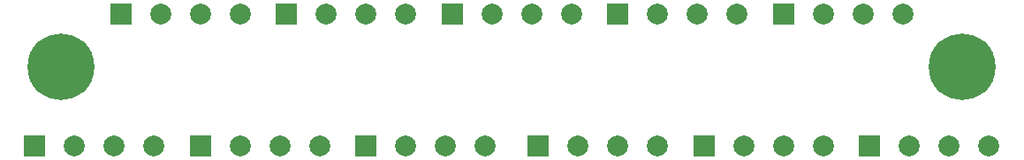
<source format=gts>
G04 #@! TF.GenerationSoftware,KiCad,Pcbnew,(5.1.9)-1*
G04 #@! TF.CreationDate,2021-10-13T12:16:08-04:00*
G04 #@! TF.ProjectId,doublemag-breakout-big,646f7562-6c65-46d6-9167-2d627265616b,rev?*
G04 #@! TF.SameCoordinates,Original*
G04 #@! TF.FileFunction,Soldermask,Top*
G04 #@! TF.FilePolarity,Negative*
%FSLAX46Y46*%
G04 Gerber Fmt 4.6, Leading zero omitted, Abs format (unit mm)*
G04 Created by KiCad (PCBNEW (5.1.9)-1) date 2021-10-13 12:16:08*
%MOMM*%
%LPD*%
G01*
G04 APERTURE LIST*
%ADD10C,6.400000*%
%ADD11C,2.000000*%
%ADD12R,2.000000X2.000000*%
G04 APERTURE END LIST*
D10*
X157480000Y-68580000D03*
X71120000Y-68580000D03*
D11*
X160020000Y-76200000D03*
X156210000Y-76200000D03*
X152400000Y-76200000D03*
D12*
X148590000Y-76200000D03*
D11*
X144145000Y-76200000D03*
X140335000Y-76200000D03*
X136525000Y-76200000D03*
D12*
X132715000Y-76200000D03*
D11*
X128270000Y-76200000D03*
X124460000Y-76200000D03*
X120650000Y-76200000D03*
D12*
X116840000Y-76200000D03*
D11*
X111760000Y-76200000D03*
X107950000Y-76200000D03*
X104140000Y-76200000D03*
D12*
X100330000Y-76200000D03*
D11*
X95885000Y-76200000D03*
X92075000Y-76200000D03*
X88265000Y-76200000D03*
D12*
X84455000Y-76200000D03*
D11*
X80010000Y-76200000D03*
X76200000Y-76200000D03*
X72390000Y-76200000D03*
D12*
X68580000Y-76200000D03*
D11*
X151765000Y-63500000D03*
X147955000Y-63500000D03*
X144145000Y-63500000D03*
D12*
X140335000Y-63500000D03*
D11*
X135890000Y-63500000D03*
X132080000Y-63500000D03*
X128270000Y-63500000D03*
D12*
X124460000Y-63500000D03*
D11*
X120015000Y-63500000D03*
X116205000Y-63500000D03*
X112395000Y-63500000D03*
D12*
X108585000Y-63500000D03*
D11*
X104140000Y-63500000D03*
X100330000Y-63500000D03*
X96520000Y-63500000D03*
D12*
X92710000Y-63500000D03*
D11*
X88265000Y-63500000D03*
X84455000Y-63500000D03*
X80645000Y-63500000D03*
D12*
X76835000Y-63500000D03*
M02*

</source>
